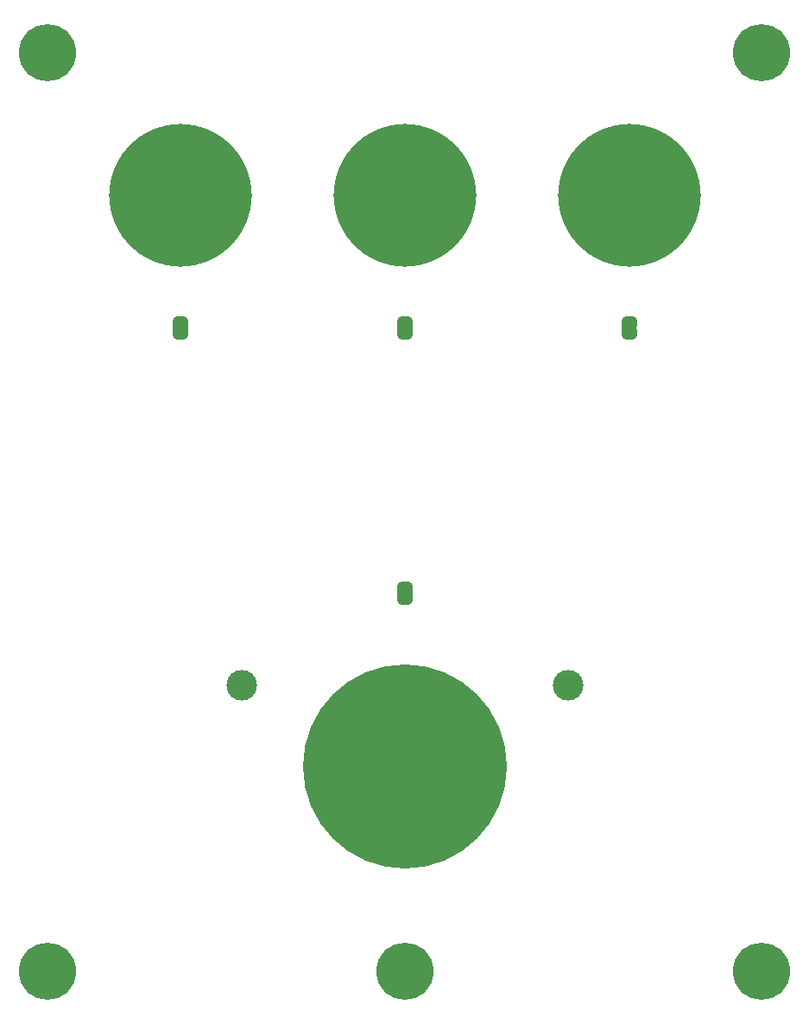
<source format=gbr>
%TF.GenerationSoftware,KiCad,Pcbnew,9.0.0*%
%TF.CreationDate,2025-04-06T00:05:41+02:00*%
%TF.ProjectId,big_muff_pi_front_plate,6269675f-6d75-4666-965f-70695f66726f,rev?*%
%TF.SameCoordinates,Original*%
%TF.FileFunction,Soldermask,Bot*%
%TF.FilePolarity,Negative*%
%FSLAX46Y46*%
G04 Gerber Fmt 4.6, Leading zero omitted, Abs format (unit mm)*
G04 Created by KiCad (PCBNEW 9.0.0) date 2025-04-06 00:05:41*
%MOMM*%
%LPD*%
G01*
G04 APERTURE LIST*
G04 Aperture macros list*
%AMFreePoly0*
4,1,23,0.500000,-0.750000,0.000000,-0.750000,0.000000,-0.745722,-0.065263,-0.745722,-0.191342,-0.711940,-0.304381,-0.646677,-0.396677,-0.554381,-0.461940,-0.441342,-0.495722,-0.315263,-0.495722,-0.250000,-0.500000,-0.250000,-0.500000,0.250000,-0.495722,0.250000,-0.495722,0.315263,-0.461940,0.441342,-0.396677,0.554381,-0.304381,0.646677,-0.191342,0.711940,-0.065263,0.745722,0.000000,0.745722,
0.000000,0.750000,0.500000,0.750000,0.500000,-0.750000,0.500000,-0.750000,$1*%
%AMFreePoly1*
4,1,23,0.000000,0.745722,0.065263,0.745722,0.191342,0.711940,0.304381,0.646677,0.396677,0.554381,0.461940,0.441342,0.495722,0.315263,0.495722,0.250000,0.500000,0.250000,0.500000,-0.250000,0.495722,-0.250000,0.495722,-0.315263,0.461940,-0.441342,0.396677,-0.554381,0.304381,-0.646677,0.191342,-0.711940,0.065263,-0.745722,0.000000,-0.745722,0.000000,-0.750000,-0.500000,-0.750000,
-0.500000,0.750000,0.000000,0.750000,0.000000,0.745722,0.000000,0.745722,$1*%
G04 Aperture macros list end*
%ADD10C,3.000000*%
%ADD11C,3.600000*%
%ADD12C,5.600000*%
%ADD13C,14.000000*%
%ADD14C,20.000000*%
%ADD15FreePoly0,90.000000*%
%ADD16FreePoly1,90.000000*%
%ADD17FreePoly0,270.000000*%
%ADD18FreePoly1,270.000000*%
G04 APERTURE END LIST*
%TO.C,JP1*%
G36*
X68750000Y-82150000D02*
G01*
X67250000Y-82150000D01*
X67250000Y-81850000D01*
X68750000Y-81850000D01*
X68750000Y-82150000D01*
G37*
%TO.C,JP4*%
G36*
X89250000Y-107850000D02*
G01*
X90750000Y-107850000D01*
X90750000Y-108150000D01*
X89250000Y-108150000D01*
X89250000Y-107850000D01*
G37*
%TO.C,JP2*%
G36*
X90750000Y-82150000D02*
G01*
X89250000Y-82150000D01*
X89250000Y-81850000D01*
X90750000Y-81850000D01*
X90750000Y-82150000D01*
G37*
%TO.C,JP3*%
G36*
X112750000Y-82150000D02*
G01*
X111250000Y-82150000D01*
X111250000Y-81850000D01*
X112750000Y-81850000D01*
X112750000Y-82150000D01*
G37*
%TD*%
D10*
%TO.C,H9*%
X106000000Y-117000000D03*
%TD*%
D11*
%TO.C,H3*%
X55000000Y-145000000D03*
D12*
X55000000Y-145000000D03*
%TD*%
D13*
%TO.C,H6*%
X90000000Y-69000000D03*
%TD*%
%TO.C,H7*%
X112000000Y-69000000D03*
%TD*%
D11*
%TO.C,H4*%
X125000000Y-145000000D03*
D12*
X125000000Y-145000000D03*
%TD*%
D13*
%TO.C,H5*%
X68000000Y-69000000D03*
%TD*%
D14*
%TO.C,H8*%
X90000000Y-125000000D03*
%TD*%
D11*
%TO.C,H1*%
X55000000Y-55000000D03*
D12*
X55000000Y-55000000D03*
%TD*%
D10*
%TO.C,H10*%
X74000000Y-117000000D03*
%TD*%
D11*
%TO.C,H2*%
X125000000Y-55000000D03*
D12*
X125000000Y-55000000D03*
%TD*%
D11*
%TO.C,H11*%
X90000000Y-145000000D03*
D12*
X90000000Y-145000000D03*
%TD*%
D15*
%TO.C,JP1*%
X68000000Y-82650000D03*
D16*
X68000000Y-81350000D03*
%TD*%
D17*
%TO.C,JP4*%
X90000000Y-107350000D03*
D18*
X90000000Y-108650000D03*
%TD*%
D15*
%TO.C,JP2*%
X90000000Y-82650000D03*
D16*
X90000000Y-81350000D03*
%TD*%
D15*
%TO.C,JP3*%
X112000000Y-82650000D03*
D16*
X112000000Y-81350000D03*
%TD*%
M02*

</source>
